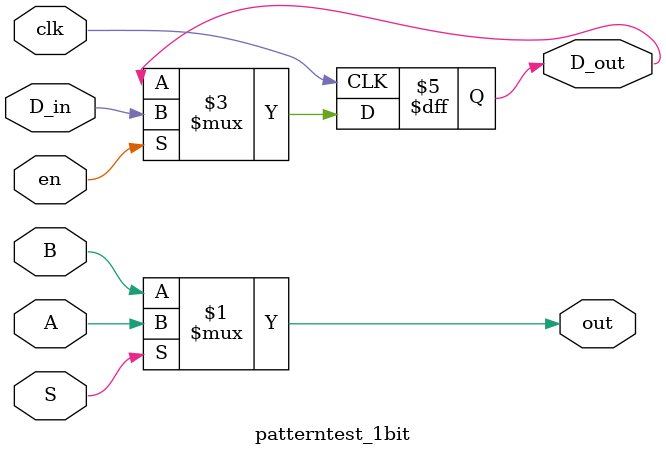
<source format=v>
`timescale 1ns / 1ps
module patterntest_1bit
(
input  D_in, // Data input
input clk, // clock input
input en,
input A,
input B,
input S,
output out,
output reg D_out // output Q
); 

integer i;

assign out = S ? A : B ;
always @(posedge clk)
begin
if(en) begin
	D_out<= D_in;

end
end
endmodule

</source>
